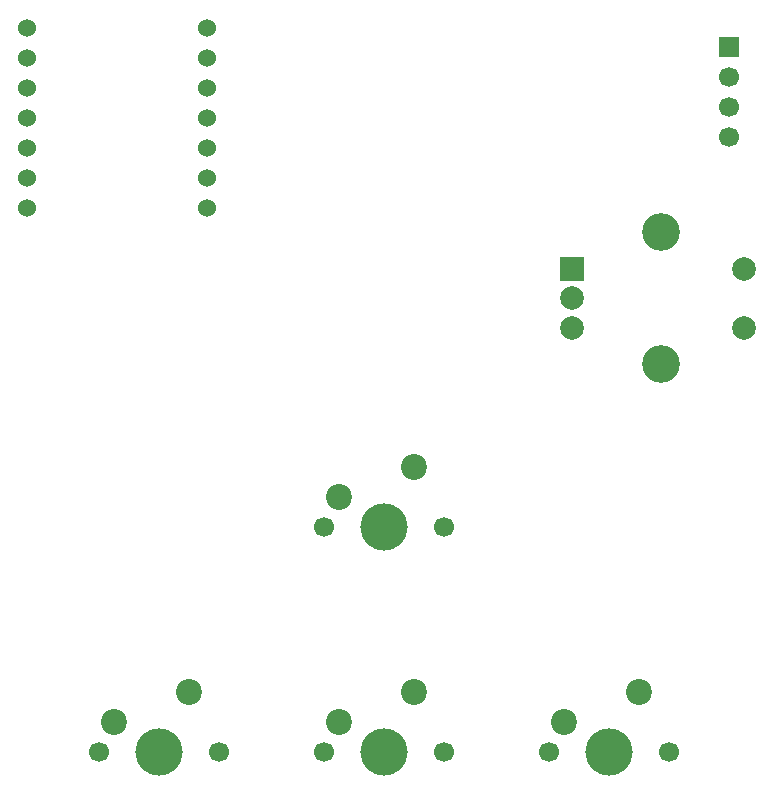
<source format=gbr>
%TF.GenerationSoftware,KiCad,Pcbnew,9.0.7*%
%TF.CreationDate,2026-01-11T18:10:27+01:00*%
%TF.ProjectId,MacroPad,4d616372-6f50-4616-942e-6b696361645f,rev?*%
%TF.SameCoordinates,Original*%
%TF.FileFunction,Soldermask,Bot*%
%TF.FilePolarity,Negative*%
%FSLAX46Y46*%
G04 Gerber Fmt 4.6, Leading zero omitted, Abs format (unit mm)*
G04 Created by KiCad (PCBNEW 9.0.7) date 2026-01-11 18:10:27*
%MOMM*%
%LPD*%
G01*
G04 APERTURE LIST*
%ADD10R,1.700000X1.700000*%
%ADD11C,1.700000*%
%ADD12C,1.524000*%
%ADD13R,2.000000X2.000000*%
%ADD14C,2.000000*%
%ADD15C,3.200000*%
%ADD16C,4.000000*%
%ADD17C,2.200000*%
G04 APERTURE END LIST*
D10*
%TO.C,J?*%
X256540000Y-68890000D03*
D11*
X256540000Y-71430000D03*
X256540000Y-73970000D03*
X256540000Y-76510000D03*
%TD*%
D12*
%TO.C,U1*%
X197167500Y-67214250D03*
X197167500Y-69754250D03*
X197167500Y-72294250D03*
X197167500Y-74834250D03*
X197167500Y-77374250D03*
X197167500Y-79914250D03*
X197167500Y-82454250D03*
X212407500Y-82454250D03*
X212407500Y-79914250D03*
X212407500Y-77374250D03*
X212407500Y-74834250D03*
X212407500Y-72294250D03*
X212407500Y-69754250D03*
X212407500Y-67214250D03*
%TD*%
D13*
%TO.C,SW5*%
X243310000Y-87630000D03*
D14*
X243310000Y-92630000D03*
X243310000Y-90130000D03*
D15*
X250810000Y-84530000D03*
X250810000Y-95730000D03*
D14*
X257810000Y-92630000D03*
X257810000Y-87630000D03*
%TD*%
D11*
%TO.C,SW3*%
X222250000Y-109537500D03*
D16*
X227330000Y-109537500D03*
D11*
X232410000Y-109537500D03*
D17*
X229870000Y-104457500D03*
X223520000Y-106997500D03*
%TD*%
D11*
%TO.C,SW4*%
X241300000Y-128587500D03*
D16*
X246380000Y-128587500D03*
D11*
X251460000Y-128587500D03*
D17*
X248920000Y-123507500D03*
X242570000Y-126047500D03*
%TD*%
D11*
%TO.C,SW1*%
X222250000Y-128587500D03*
D16*
X227330000Y-128587500D03*
D11*
X232410000Y-128587500D03*
D17*
X229870000Y-123507500D03*
X223520000Y-126047500D03*
%TD*%
D11*
%TO.C,SW2*%
X203200000Y-128587500D03*
D16*
X208280000Y-128587500D03*
D11*
X213360000Y-128587500D03*
D17*
X210820000Y-123507500D03*
X204470000Y-126047500D03*
%TD*%
M02*

</source>
